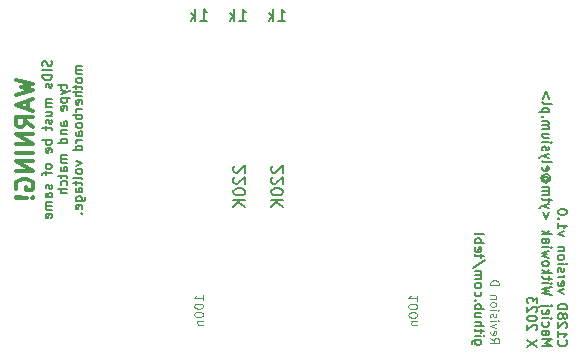
<source format=gbo>
G04 #@! TF.GenerationSoftware,KiCad,Pcbnew,(6.0.5)*
G04 #@! TF.CreationDate,2023-11-13T22:27:58+01:00*
G04 #@! TF.ProjectId,C128DCR Dual SID,43313238-4443-4522-9044-75616c205349,D*
G04 #@! TF.SameCoordinates,Original*
G04 #@! TF.FileFunction,Legend,Bot*
G04 #@! TF.FilePolarity,Positive*
%FSLAX46Y46*%
G04 Gerber Fmt 4.6, Leading zero omitted, Abs format (unit mm)*
G04 Created by KiCad (PCBNEW (6.0.5)) date 2023-11-13 22:27:58*
%MOMM*%
%LPD*%
G01*
G04 APERTURE LIST*
%ADD10C,0.150000*%
%ADD11C,0.300000*%
%ADD12C,0.100000*%
%ADD13C,0.110000*%
%ADD14R,1.600000X1.600000*%
%ADD15O,1.600000X1.600000*%
%ADD16C,1.600000*%
%ADD17R,1.700000X1.700000*%
%ADD18O,1.700000X1.700000*%
%ADD19C,2.340000*%
%ADD20C,2.500000*%
G04 APERTURE END LIST*
D10*
X152952428Y-123754609D02*
X152304809Y-123754609D01*
X152228619Y-123792704D01*
X152190523Y-123830800D01*
X152152428Y-123906990D01*
X152152428Y-124021276D01*
X152190523Y-124097466D01*
X152457190Y-123754609D02*
X152419095Y-123830800D01*
X152419095Y-123983180D01*
X152457190Y-124059371D01*
X152495285Y-124097466D01*
X152571476Y-124135561D01*
X152800047Y-124135561D01*
X152876238Y-124097466D01*
X152914333Y-124059371D01*
X152952428Y-123983180D01*
X152952428Y-123830800D01*
X152914333Y-123754609D01*
X152419095Y-123373657D02*
X152952428Y-123373657D01*
X153219095Y-123373657D02*
X153181000Y-123411752D01*
X153142904Y-123373657D01*
X153181000Y-123335561D01*
X153219095Y-123373657D01*
X153142904Y-123373657D01*
X152952428Y-123106990D02*
X152952428Y-122802228D01*
X153219095Y-122992704D02*
X152533380Y-122992704D01*
X152457190Y-122954609D01*
X152419095Y-122878419D01*
X152419095Y-122802228D01*
X152419095Y-122535561D02*
X153219095Y-122535561D01*
X152419095Y-122192704D02*
X152838142Y-122192704D01*
X152914333Y-122230800D01*
X152952428Y-122306990D01*
X152952428Y-122421276D01*
X152914333Y-122497466D01*
X152876238Y-122535561D01*
X152952428Y-121468895D02*
X152419095Y-121468895D01*
X152952428Y-121811752D02*
X152533380Y-121811752D01*
X152457190Y-121773657D01*
X152419095Y-121697466D01*
X152419095Y-121583180D01*
X152457190Y-121506990D01*
X152495285Y-121468895D01*
X152419095Y-121087942D02*
X153219095Y-121087942D01*
X152914333Y-121087942D02*
X152952428Y-121011752D01*
X152952428Y-120859371D01*
X152914333Y-120783180D01*
X152876238Y-120745085D01*
X152800047Y-120706990D01*
X152571476Y-120706990D01*
X152495285Y-120745085D01*
X152457190Y-120783180D01*
X152419095Y-120859371D01*
X152419095Y-121011752D01*
X152457190Y-121087942D01*
X152495285Y-120364133D02*
X152457190Y-120326038D01*
X152419095Y-120364133D01*
X152457190Y-120402228D01*
X152495285Y-120364133D01*
X152419095Y-120364133D01*
X152457190Y-119640323D02*
X152419095Y-119716514D01*
X152419095Y-119868895D01*
X152457190Y-119945085D01*
X152495285Y-119983180D01*
X152571476Y-120021276D01*
X152800047Y-120021276D01*
X152876238Y-119983180D01*
X152914333Y-119945085D01*
X152952428Y-119868895D01*
X152952428Y-119716514D01*
X152914333Y-119640323D01*
X152419095Y-119183180D02*
X152457190Y-119259371D01*
X152495285Y-119297466D01*
X152571476Y-119335561D01*
X152800047Y-119335561D01*
X152876238Y-119297466D01*
X152914333Y-119259371D01*
X152952428Y-119183180D01*
X152952428Y-119068895D01*
X152914333Y-118992704D01*
X152876238Y-118954609D01*
X152800047Y-118916514D01*
X152571476Y-118916514D01*
X152495285Y-118954609D01*
X152457190Y-118992704D01*
X152419095Y-119068895D01*
X152419095Y-119183180D01*
X152419095Y-118573657D02*
X152952428Y-118573657D01*
X152876238Y-118573657D02*
X152914333Y-118535561D01*
X152952428Y-118459371D01*
X152952428Y-118345085D01*
X152914333Y-118268895D01*
X152838142Y-118230800D01*
X152419095Y-118230800D01*
X152838142Y-118230800D02*
X152914333Y-118192704D01*
X152952428Y-118116514D01*
X152952428Y-118002228D01*
X152914333Y-117926038D01*
X152838142Y-117887942D01*
X152419095Y-117887942D01*
X153257190Y-116935561D02*
X152228619Y-117621276D01*
X152952428Y-116783180D02*
X152952428Y-116478419D01*
X153219095Y-116668895D02*
X152533380Y-116668895D01*
X152457190Y-116630800D01*
X152419095Y-116554609D01*
X152419095Y-116478419D01*
X152457190Y-115906990D02*
X152419095Y-115983180D01*
X152419095Y-116135561D01*
X152457190Y-116211752D01*
X152533380Y-116249847D01*
X152838142Y-116249847D01*
X152914333Y-116211752D01*
X152952428Y-116135561D01*
X152952428Y-115983180D01*
X152914333Y-115906990D01*
X152838142Y-115868895D01*
X152761952Y-115868895D01*
X152685761Y-116249847D01*
X152419095Y-115526038D02*
X153219095Y-115526038D01*
X152914333Y-115526038D02*
X152952428Y-115449847D01*
X152952428Y-115297466D01*
X152914333Y-115221276D01*
X152876238Y-115183180D01*
X152800047Y-115145085D01*
X152571476Y-115145085D01*
X152495285Y-115183180D01*
X152457190Y-115221276D01*
X152419095Y-115297466D01*
X152419095Y-115449847D01*
X152457190Y-115526038D01*
X152419095Y-114687942D02*
X152457190Y-114764133D01*
X152533380Y-114802228D01*
X153219095Y-114802228D01*
D11*
X113529371Y-101684771D02*
X115029371Y-102041914D01*
X113957942Y-102327628D01*
X115029371Y-102613342D01*
X113529371Y-102970485D01*
X114600800Y-103470485D02*
X114600800Y-104184771D01*
X115029371Y-103327628D02*
X113529371Y-103827628D01*
X115029371Y-104327628D01*
X115029371Y-105684771D02*
X114315085Y-105184771D01*
X115029371Y-104827628D02*
X113529371Y-104827628D01*
X113529371Y-105399057D01*
X113600800Y-105541914D01*
X113672228Y-105613342D01*
X113815085Y-105684771D01*
X114029371Y-105684771D01*
X114172228Y-105613342D01*
X114243657Y-105541914D01*
X114315085Y-105399057D01*
X114315085Y-104827628D01*
X115029371Y-106327628D02*
X113529371Y-106327628D01*
X115029371Y-107184771D01*
X113529371Y-107184771D01*
X115029371Y-107899057D02*
X113529371Y-107899057D01*
X115029371Y-108613342D02*
X113529371Y-108613342D01*
X115029371Y-109470485D01*
X113529371Y-109470485D01*
X113600800Y-110970485D02*
X113529371Y-110827628D01*
X113529371Y-110613342D01*
X113600800Y-110399057D01*
X113743657Y-110256200D01*
X113886514Y-110184771D01*
X114172228Y-110113342D01*
X114386514Y-110113342D01*
X114672228Y-110184771D01*
X114815085Y-110256200D01*
X114957942Y-110399057D01*
X115029371Y-110613342D01*
X115029371Y-110756200D01*
X114957942Y-110970485D01*
X114886514Y-111041914D01*
X114386514Y-111041914D01*
X114386514Y-110756200D01*
X114886514Y-111684771D02*
X114957942Y-111756200D01*
X115029371Y-111684771D01*
X114957942Y-111613342D01*
X114886514Y-111684771D01*
X115029371Y-111684771D01*
X114457942Y-111684771D02*
X113600800Y-111613342D01*
X113529371Y-111684771D01*
X113600800Y-111756200D01*
X114457942Y-111684771D01*
X113529371Y-111684771D01*
D12*
X153734333Y-123552466D02*
X154067666Y-123785800D01*
X153734333Y-123952466D02*
X154434333Y-123952466D01*
X154434333Y-123685800D01*
X154401000Y-123619133D01*
X154367666Y-123585800D01*
X154301000Y-123552466D01*
X154201000Y-123552466D01*
X154134333Y-123585800D01*
X154101000Y-123619133D01*
X154067666Y-123685800D01*
X154067666Y-123952466D01*
X153767666Y-122985800D02*
X153734333Y-123052466D01*
X153734333Y-123185800D01*
X153767666Y-123252466D01*
X153834333Y-123285800D01*
X154101000Y-123285800D01*
X154167666Y-123252466D01*
X154201000Y-123185800D01*
X154201000Y-123052466D01*
X154167666Y-122985800D01*
X154101000Y-122952466D01*
X154034333Y-122952466D01*
X153967666Y-123285800D01*
X154201000Y-122719133D02*
X153734333Y-122552466D01*
X154201000Y-122385800D01*
X153734333Y-122119133D02*
X154201000Y-122119133D01*
X154434333Y-122119133D02*
X154401000Y-122152466D01*
X154367666Y-122119133D01*
X154401000Y-122085800D01*
X154434333Y-122119133D01*
X154367666Y-122119133D01*
X153767666Y-121819133D02*
X153734333Y-121752466D01*
X153734333Y-121619133D01*
X153767666Y-121552466D01*
X153834333Y-121519133D01*
X153867666Y-121519133D01*
X153934333Y-121552466D01*
X153967666Y-121619133D01*
X153967666Y-121719133D01*
X154001000Y-121785800D01*
X154067666Y-121819133D01*
X154101000Y-121819133D01*
X154167666Y-121785800D01*
X154201000Y-121719133D01*
X154201000Y-121619133D01*
X154167666Y-121552466D01*
X153734333Y-121219133D02*
X154201000Y-121219133D01*
X154434333Y-121219133D02*
X154401000Y-121252466D01*
X154367666Y-121219133D01*
X154401000Y-121185800D01*
X154434333Y-121219133D01*
X154367666Y-121219133D01*
X153734333Y-120785800D02*
X153767666Y-120852466D01*
X153801000Y-120885800D01*
X153867666Y-120919133D01*
X154067666Y-120919133D01*
X154134333Y-120885800D01*
X154167666Y-120852466D01*
X154201000Y-120785800D01*
X154201000Y-120685800D01*
X154167666Y-120619133D01*
X154134333Y-120585800D01*
X154067666Y-120552466D01*
X153867666Y-120552466D01*
X153801000Y-120585800D01*
X153767666Y-120619133D01*
X153734333Y-120685800D01*
X153734333Y-120785800D01*
X154201000Y-120252466D02*
X153734333Y-120252466D01*
X154134333Y-120252466D02*
X154167666Y-120219133D01*
X154201000Y-120152466D01*
X154201000Y-120052466D01*
X154167666Y-119985800D01*
X154101000Y-119952466D01*
X153734333Y-119952466D01*
X153734333Y-119085800D02*
X154434333Y-119085800D01*
X154434333Y-118919133D01*
X154401000Y-118819133D01*
X154334333Y-118752466D01*
X154267666Y-118719133D01*
X154134333Y-118685800D01*
X154034333Y-118685800D01*
X153901000Y-118719133D01*
X153834333Y-118752466D01*
X153767666Y-118819133D01*
X153734333Y-118919133D01*
X153734333Y-119085800D01*
D10*
X159498285Y-123765680D02*
X159460190Y-123803776D01*
X159422095Y-123918061D01*
X159422095Y-123994252D01*
X159460190Y-124108538D01*
X159536380Y-124184728D01*
X159612571Y-124222823D01*
X159764952Y-124260919D01*
X159879238Y-124260919D01*
X160031619Y-124222823D01*
X160107809Y-124184728D01*
X160184000Y-124108538D01*
X160222095Y-123994252D01*
X160222095Y-123918061D01*
X160184000Y-123803776D01*
X160145904Y-123765680D01*
X159422095Y-123003776D02*
X159422095Y-123460919D01*
X159422095Y-123232347D02*
X160222095Y-123232347D01*
X160107809Y-123308538D01*
X160031619Y-123384728D01*
X159993523Y-123460919D01*
X160145904Y-122699014D02*
X160184000Y-122660919D01*
X160222095Y-122584728D01*
X160222095Y-122394252D01*
X160184000Y-122318061D01*
X160145904Y-122279966D01*
X160069714Y-122241871D01*
X159993523Y-122241871D01*
X159879238Y-122279966D01*
X159422095Y-122737109D01*
X159422095Y-122241871D01*
X159879238Y-121784728D02*
X159917333Y-121860919D01*
X159955428Y-121899014D01*
X160031619Y-121937109D01*
X160069714Y-121937109D01*
X160145904Y-121899014D01*
X160184000Y-121860919D01*
X160222095Y-121784728D01*
X160222095Y-121632347D01*
X160184000Y-121556157D01*
X160145904Y-121518061D01*
X160069714Y-121479966D01*
X160031619Y-121479966D01*
X159955428Y-121518061D01*
X159917333Y-121556157D01*
X159879238Y-121632347D01*
X159879238Y-121784728D01*
X159841142Y-121860919D01*
X159803047Y-121899014D01*
X159726857Y-121937109D01*
X159574476Y-121937109D01*
X159498285Y-121899014D01*
X159460190Y-121860919D01*
X159422095Y-121784728D01*
X159422095Y-121632347D01*
X159460190Y-121556157D01*
X159498285Y-121518061D01*
X159574476Y-121479966D01*
X159726857Y-121479966D01*
X159803047Y-121518061D01*
X159841142Y-121556157D01*
X159879238Y-121632347D01*
X159422095Y-121137109D02*
X160222095Y-121137109D01*
X160222095Y-120946633D01*
X160184000Y-120832347D01*
X160107809Y-120756157D01*
X160031619Y-120718061D01*
X159879238Y-120679966D01*
X159764952Y-120679966D01*
X159612571Y-120718061D01*
X159536380Y-120756157D01*
X159460190Y-120832347D01*
X159422095Y-120946633D01*
X159422095Y-121137109D01*
X159955428Y-119803776D02*
X159422095Y-119613300D01*
X159955428Y-119422823D01*
X159460190Y-118813300D02*
X159422095Y-118889490D01*
X159422095Y-119041871D01*
X159460190Y-119118061D01*
X159536380Y-119156157D01*
X159841142Y-119156157D01*
X159917333Y-119118061D01*
X159955428Y-119041871D01*
X159955428Y-118889490D01*
X159917333Y-118813300D01*
X159841142Y-118775204D01*
X159764952Y-118775204D01*
X159688761Y-119156157D01*
X159422095Y-118432347D02*
X159955428Y-118432347D01*
X159803047Y-118432347D02*
X159879238Y-118394252D01*
X159917333Y-118356157D01*
X159955428Y-118279966D01*
X159955428Y-118203776D01*
X159460190Y-117975204D02*
X159422095Y-117899014D01*
X159422095Y-117746633D01*
X159460190Y-117670442D01*
X159536380Y-117632347D01*
X159574476Y-117632347D01*
X159650666Y-117670442D01*
X159688761Y-117746633D01*
X159688761Y-117860919D01*
X159726857Y-117937109D01*
X159803047Y-117975204D01*
X159841142Y-117975204D01*
X159917333Y-117937109D01*
X159955428Y-117860919D01*
X159955428Y-117746633D01*
X159917333Y-117670442D01*
X159422095Y-117289490D02*
X159955428Y-117289490D01*
X160222095Y-117289490D02*
X160184000Y-117327585D01*
X160145904Y-117289490D01*
X160184000Y-117251395D01*
X160222095Y-117289490D01*
X160145904Y-117289490D01*
X159422095Y-116794252D02*
X159460190Y-116870442D01*
X159498285Y-116908538D01*
X159574476Y-116946633D01*
X159803047Y-116946633D01*
X159879238Y-116908538D01*
X159917333Y-116870442D01*
X159955428Y-116794252D01*
X159955428Y-116679966D01*
X159917333Y-116603776D01*
X159879238Y-116565680D01*
X159803047Y-116527585D01*
X159574476Y-116527585D01*
X159498285Y-116565680D01*
X159460190Y-116603776D01*
X159422095Y-116679966D01*
X159422095Y-116794252D01*
X159955428Y-116184728D02*
X159422095Y-116184728D01*
X159879238Y-116184728D02*
X159917333Y-116146633D01*
X159955428Y-116070442D01*
X159955428Y-115956157D01*
X159917333Y-115879966D01*
X159841142Y-115841871D01*
X159422095Y-115841871D01*
X159955428Y-114927585D02*
X159422095Y-114737109D01*
X159955428Y-114546633D01*
X159422095Y-113822823D02*
X159422095Y-114279966D01*
X159422095Y-114051395D02*
X160222095Y-114051395D01*
X160107809Y-114127585D01*
X160031619Y-114203776D01*
X159993523Y-114279966D01*
X159498285Y-113479966D02*
X159460190Y-113441871D01*
X159422095Y-113479966D01*
X159460190Y-113518061D01*
X159498285Y-113479966D01*
X159422095Y-113479966D01*
X160222095Y-112946633D02*
X160222095Y-112870442D01*
X160184000Y-112794252D01*
X160145904Y-112756157D01*
X160069714Y-112718061D01*
X159917333Y-112679966D01*
X159726857Y-112679966D01*
X159574476Y-112718061D01*
X159498285Y-112756157D01*
X159460190Y-112794252D01*
X159422095Y-112870442D01*
X159422095Y-112946633D01*
X159460190Y-113022823D01*
X159498285Y-113060919D01*
X159574476Y-113099014D01*
X159726857Y-113137109D01*
X159917333Y-113137109D01*
X160069714Y-113099014D01*
X160145904Y-113060919D01*
X160184000Y-113022823D01*
X160222095Y-112946633D01*
X158134095Y-124222823D02*
X158934095Y-124222823D01*
X158362666Y-123956157D01*
X158934095Y-123689490D01*
X158134095Y-123689490D01*
X158134095Y-122965680D02*
X158553142Y-122965680D01*
X158629333Y-123003776D01*
X158667428Y-123079966D01*
X158667428Y-123232347D01*
X158629333Y-123308538D01*
X158172190Y-122965680D02*
X158134095Y-123041871D01*
X158134095Y-123232347D01*
X158172190Y-123308538D01*
X158248380Y-123346633D01*
X158324571Y-123346633D01*
X158400761Y-123308538D01*
X158438857Y-123232347D01*
X158438857Y-123041871D01*
X158476952Y-122965680D01*
X158172190Y-122241871D02*
X158134095Y-122318061D01*
X158134095Y-122470442D01*
X158172190Y-122546633D01*
X158210285Y-122584728D01*
X158286476Y-122622823D01*
X158515047Y-122622823D01*
X158591238Y-122584728D01*
X158629333Y-122546633D01*
X158667428Y-122470442D01*
X158667428Y-122318061D01*
X158629333Y-122241871D01*
X158134095Y-121899014D02*
X158667428Y-121899014D01*
X158934095Y-121899014D02*
X158896000Y-121937109D01*
X158857904Y-121899014D01*
X158896000Y-121860919D01*
X158934095Y-121899014D01*
X158857904Y-121899014D01*
X158172190Y-121213300D02*
X158134095Y-121289490D01*
X158134095Y-121441871D01*
X158172190Y-121518061D01*
X158248380Y-121556157D01*
X158553142Y-121556157D01*
X158629333Y-121518061D01*
X158667428Y-121441871D01*
X158667428Y-121289490D01*
X158629333Y-121213300D01*
X158553142Y-121175204D01*
X158476952Y-121175204D01*
X158400761Y-121556157D01*
X158667428Y-120832347D02*
X157981714Y-120832347D01*
X157905523Y-120870442D01*
X157867428Y-120946633D01*
X157867428Y-120984728D01*
X158934095Y-120832347D02*
X158896000Y-120870442D01*
X158857904Y-120832347D01*
X158896000Y-120794252D01*
X158934095Y-120832347D01*
X158857904Y-120832347D01*
X158934095Y-119918061D02*
X158134095Y-119727585D01*
X158705523Y-119575204D01*
X158134095Y-119422823D01*
X158934095Y-119232347D01*
X158134095Y-118927585D02*
X158667428Y-118927585D01*
X158934095Y-118927585D02*
X158896000Y-118965680D01*
X158857904Y-118927585D01*
X158896000Y-118889490D01*
X158934095Y-118927585D01*
X158857904Y-118927585D01*
X158667428Y-118660919D02*
X158667428Y-118356157D01*
X158934095Y-118546633D02*
X158248380Y-118546633D01*
X158172190Y-118508538D01*
X158134095Y-118432347D01*
X158134095Y-118356157D01*
X158134095Y-118089490D02*
X158934095Y-118089490D01*
X158438857Y-118013300D02*
X158134095Y-117784728D01*
X158667428Y-117784728D02*
X158362666Y-118089490D01*
X158134095Y-117327585D02*
X158172190Y-117403776D01*
X158210285Y-117441871D01*
X158286476Y-117479966D01*
X158515047Y-117479966D01*
X158591238Y-117441871D01*
X158629333Y-117403776D01*
X158667428Y-117327585D01*
X158667428Y-117213300D01*
X158629333Y-117137109D01*
X158591238Y-117099014D01*
X158515047Y-117060919D01*
X158286476Y-117060919D01*
X158210285Y-117099014D01*
X158172190Y-117137109D01*
X158134095Y-117213300D01*
X158134095Y-117327585D01*
X158667428Y-116794252D02*
X158134095Y-116641871D01*
X158515047Y-116489490D01*
X158134095Y-116337109D01*
X158667428Y-116184728D01*
X158134095Y-115879966D02*
X158667428Y-115879966D01*
X158934095Y-115879966D02*
X158896000Y-115918061D01*
X158857904Y-115879966D01*
X158896000Y-115841871D01*
X158934095Y-115879966D01*
X158857904Y-115879966D01*
X158134095Y-115156157D02*
X158553142Y-115156157D01*
X158629333Y-115194252D01*
X158667428Y-115270442D01*
X158667428Y-115422823D01*
X158629333Y-115499014D01*
X158172190Y-115156157D02*
X158134095Y-115232347D01*
X158134095Y-115422823D01*
X158172190Y-115499014D01*
X158248380Y-115537109D01*
X158324571Y-115537109D01*
X158400761Y-115499014D01*
X158438857Y-115422823D01*
X158438857Y-115232347D01*
X158476952Y-115156157D01*
X158134095Y-114775204D02*
X158934095Y-114775204D01*
X158438857Y-114699014D02*
X158134095Y-114470442D01*
X158667428Y-114470442D02*
X158362666Y-114775204D01*
X158667428Y-112908538D02*
X158438857Y-113518061D01*
X158210285Y-112908538D01*
X158667428Y-112603776D02*
X158134095Y-112413300D01*
X158667428Y-112222823D02*
X158134095Y-112413300D01*
X157943619Y-112489490D01*
X157905523Y-112527585D01*
X157867428Y-112603776D01*
X158667428Y-112032347D02*
X158667428Y-111727585D01*
X158934095Y-111918061D02*
X158248380Y-111918061D01*
X158172190Y-111879966D01*
X158134095Y-111803776D01*
X158134095Y-111727585D01*
X158134095Y-111460919D02*
X158667428Y-111460919D01*
X158591238Y-111460919D02*
X158629333Y-111422823D01*
X158667428Y-111346633D01*
X158667428Y-111232347D01*
X158629333Y-111156157D01*
X158553142Y-111118061D01*
X158134095Y-111118061D01*
X158553142Y-111118061D02*
X158629333Y-111079966D01*
X158667428Y-111003776D01*
X158667428Y-110889490D01*
X158629333Y-110813300D01*
X158553142Y-110775204D01*
X158134095Y-110775204D01*
X158515047Y-109899014D02*
X158553142Y-109937109D01*
X158591238Y-110013300D01*
X158591238Y-110089490D01*
X158553142Y-110165680D01*
X158515047Y-110203776D01*
X158438857Y-110241871D01*
X158362666Y-110241871D01*
X158286476Y-110203776D01*
X158248380Y-110165680D01*
X158210285Y-110089490D01*
X158210285Y-110013300D01*
X158248380Y-109937109D01*
X158286476Y-109899014D01*
X158591238Y-109899014D02*
X158286476Y-109899014D01*
X158248380Y-109860919D01*
X158248380Y-109822823D01*
X158286476Y-109746633D01*
X158362666Y-109708538D01*
X158553142Y-109708538D01*
X158667428Y-109784728D01*
X158743619Y-109899014D01*
X158781714Y-110051395D01*
X158743619Y-110203776D01*
X158667428Y-110318061D01*
X158553142Y-110394252D01*
X158400761Y-110432347D01*
X158248380Y-110394252D01*
X158134095Y-110318061D01*
X158057904Y-110203776D01*
X158019809Y-110051395D01*
X158057904Y-109899014D01*
X158134095Y-109784728D01*
X158172190Y-109060919D02*
X158134095Y-109137109D01*
X158134095Y-109289490D01*
X158172190Y-109365680D01*
X158248380Y-109403776D01*
X158553142Y-109403776D01*
X158629333Y-109365680D01*
X158667428Y-109289490D01*
X158667428Y-109137109D01*
X158629333Y-109060919D01*
X158553142Y-109022823D01*
X158476952Y-109022823D01*
X158400761Y-109403776D01*
X158134095Y-108565680D02*
X158172190Y-108641871D01*
X158248380Y-108679966D01*
X158934095Y-108679966D01*
X158667428Y-108337109D02*
X158134095Y-108146633D01*
X158667428Y-107956157D02*
X158134095Y-108146633D01*
X157943619Y-108222823D01*
X157905523Y-108260919D01*
X157867428Y-108337109D01*
X158172190Y-107689490D02*
X158134095Y-107613300D01*
X158134095Y-107460919D01*
X158172190Y-107384728D01*
X158248380Y-107346633D01*
X158286476Y-107346633D01*
X158362666Y-107384728D01*
X158400761Y-107460919D01*
X158400761Y-107575204D01*
X158438857Y-107651395D01*
X158515047Y-107689490D01*
X158553142Y-107689490D01*
X158629333Y-107651395D01*
X158667428Y-107575204D01*
X158667428Y-107460919D01*
X158629333Y-107384728D01*
X158134095Y-107003776D02*
X158667428Y-107003776D01*
X158934095Y-107003776D02*
X158896000Y-107041871D01*
X158857904Y-107003776D01*
X158896000Y-106965680D01*
X158934095Y-107003776D01*
X158857904Y-107003776D01*
X158667428Y-106279966D02*
X158134095Y-106279966D01*
X158667428Y-106622823D02*
X158248380Y-106622823D01*
X158172190Y-106584728D01*
X158134095Y-106508538D01*
X158134095Y-106394252D01*
X158172190Y-106318061D01*
X158210285Y-106279966D01*
X158134095Y-105899014D02*
X158667428Y-105899014D01*
X158591238Y-105899014D02*
X158629333Y-105860919D01*
X158667428Y-105784728D01*
X158667428Y-105670442D01*
X158629333Y-105594252D01*
X158553142Y-105556157D01*
X158134095Y-105556157D01*
X158553142Y-105556157D02*
X158629333Y-105518061D01*
X158667428Y-105441871D01*
X158667428Y-105327585D01*
X158629333Y-105251395D01*
X158553142Y-105213300D01*
X158134095Y-105213300D01*
X158210285Y-104832347D02*
X158172190Y-104794252D01*
X158134095Y-104832347D01*
X158172190Y-104870442D01*
X158210285Y-104832347D01*
X158134095Y-104832347D01*
X158667428Y-104451395D02*
X157867428Y-104451395D01*
X158629333Y-104451395D02*
X158667428Y-104375204D01*
X158667428Y-104222823D01*
X158629333Y-104146633D01*
X158591238Y-104108538D01*
X158515047Y-104070442D01*
X158286476Y-104070442D01*
X158210285Y-104108538D01*
X158172190Y-104146633D01*
X158134095Y-104222823D01*
X158134095Y-104375204D01*
X158172190Y-104451395D01*
X158134095Y-103613300D02*
X158172190Y-103689490D01*
X158248380Y-103727585D01*
X158934095Y-103727585D01*
X158667428Y-103308538D02*
X158438857Y-102699014D01*
X158210285Y-103308538D01*
X157646095Y-124299014D02*
X156846095Y-123765680D01*
X157646095Y-123765680D02*
X156846095Y-124299014D01*
X157569904Y-122889490D02*
X157608000Y-122851395D01*
X157646095Y-122775204D01*
X157646095Y-122584728D01*
X157608000Y-122508538D01*
X157569904Y-122470442D01*
X157493714Y-122432347D01*
X157417523Y-122432347D01*
X157303238Y-122470442D01*
X156846095Y-122927585D01*
X156846095Y-122432347D01*
X157646095Y-121937109D02*
X157646095Y-121860919D01*
X157608000Y-121784728D01*
X157569904Y-121746633D01*
X157493714Y-121708538D01*
X157341333Y-121670442D01*
X157150857Y-121670442D01*
X156998476Y-121708538D01*
X156922285Y-121746633D01*
X156884190Y-121784728D01*
X156846095Y-121860919D01*
X156846095Y-121937109D01*
X156884190Y-122013300D01*
X156922285Y-122051395D01*
X156998476Y-122089490D01*
X157150857Y-122127585D01*
X157341333Y-122127585D01*
X157493714Y-122089490D01*
X157569904Y-122051395D01*
X157608000Y-122013300D01*
X157646095Y-121937109D01*
X157569904Y-121365680D02*
X157608000Y-121327585D01*
X157646095Y-121251395D01*
X157646095Y-121060919D01*
X157608000Y-120984728D01*
X157569904Y-120946633D01*
X157493714Y-120908538D01*
X157417523Y-120908538D01*
X157303238Y-120946633D01*
X156846095Y-121403776D01*
X156846095Y-120908538D01*
X157646095Y-120641871D02*
X157646095Y-120146633D01*
X157341333Y-120413300D01*
X157341333Y-120299014D01*
X157303238Y-120222823D01*
X157265142Y-120184728D01*
X157188952Y-120146633D01*
X156998476Y-120146633D01*
X156922285Y-120184728D01*
X156884190Y-120222823D01*
X156846095Y-120299014D01*
X156846095Y-120527585D01*
X156884190Y-120603776D01*
X156922285Y-120641871D01*
X116561609Y-100089533D02*
X116599704Y-100203819D01*
X116599704Y-100394295D01*
X116561609Y-100470485D01*
X116523514Y-100508580D01*
X116447323Y-100546676D01*
X116371133Y-100546676D01*
X116294942Y-100508580D01*
X116256847Y-100470485D01*
X116218752Y-100394295D01*
X116180657Y-100241914D01*
X116142561Y-100165723D01*
X116104466Y-100127628D01*
X116028276Y-100089533D01*
X115952085Y-100089533D01*
X115875895Y-100127628D01*
X115837800Y-100165723D01*
X115799704Y-100241914D01*
X115799704Y-100432390D01*
X115837800Y-100546676D01*
X116599704Y-100889533D02*
X115799704Y-100889533D01*
X116599704Y-101270485D02*
X115799704Y-101270485D01*
X115799704Y-101460961D01*
X115837800Y-101575247D01*
X115913990Y-101651438D01*
X115990180Y-101689533D01*
X116142561Y-101727628D01*
X116256847Y-101727628D01*
X116409228Y-101689533D01*
X116485419Y-101651438D01*
X116561609Y-101575247D01*
X116599704Y-101460961D01*
X116599704Y-101270485D01*
X116561609Y-102032390D02*
X116599704Y-102108580D01*
X116599704Y-102260961D01*
X116561609Y-102337152D01*
X116485419Y-102375247D01*
X116447323Y-102375247D01*
X116371133Y-102337152D01*
X116333038Y-102260961D01*
X116333038Y-102146676D01*
X116294942Y-102070485D01*
X116218752Y-102032390D01*
X116180657Y-102032390D01*
X116104466Y-102070485D01*
X116066371Y-102146676D01*
X116066371Y-102260961D01*
X116104466Y-102337152D01*
X116599704Y-103327628D02*
X116066371Y-103327628D01*
X116142561Y-103327628D02*
X116104466Y-103365723D01*
X116066371Y-103441914D01*
X116066371Y-103556200D01*
X116104466Y-103632390D01*
X116180657Y-103670485D01*
X116599704Y-103670485D01*
X116180657Y-103670485D02*
X116104466Y-103708580D01*
X116066371Y-103784771D01*
X116066371Y-103899057D01*
X116104466Y-103975247D01*
X116180657Y-104013342D01*
X116599704Y-104013342D01*
X116066371Y-104737152D02*
X116599704Y-104737152D01*
X116066371Y-104394295D02*
X116485419Y-104394295D01*
X116561609Y-104432390D01*
X116599704Y-104508580D01*
X116599704Y-104622866D01*
X116561609Y-104699057D01*
X116523514Y-104737152D01*
X116561609Y-105080009D02*
X116599704Y-105156200D01*
X116599704Y-105308580D01*
X116561609Y-105384771D01*
X116485419Y-105422866D01*
X116447323Y-105422866D01*
X116371133Y-105384771D01*
X116333038Y-105308580D01*
X116333038Y-105194295D01*
X116294942Y-105118104D01*
X116218752Y-105080009D01*
X116180657Y-105080009D01*
X116104466Y-105118104D01*
X116066371Y-105194295D01*
X116066371Y-105308580D01*
X116104466Y-105384771D01*
X116066371Y-105651438D02*
X116066371Y-105956199D01*
X115799704Y-105765723D02*
X116485419Y-105765723D01*
X116561609Y-105803819D01*
X116599704Y-105880009D01*
X116599704Y-105956199D01*
X116599704Y-106832390D02*
X115799704Y-106832390D01*
X116104466Y-106832390D02*
X116066371Y-106908580D01*
X116066371Y-107060961D01*
X116104466Y-107137152D01*
X116142561Y-107175247D01*
X116218752Y-107213342D01*
X116447323Y-107213342D01*
X116523514Y-107175247D01*
X116561609Y-107137152D01*
X116599704Y-107060961D01*
X116599704Y-106908580D01*
X116561609Y-106832390D01*
X116561609Y-107860961D02*
X116599704Y-107784771D01*
X116599704Y-107632390D01*
X116561609Y-107556199D01*
X116485419Y-107518104D01*
X116180657Y-107518104D01*
X116104466Y-107556199D01*
X116066371Y-107632390D01*
X116066371Y-107784771D01*
X116104466Y-107860961D01*
X116180657Y-107899057D01*
X116256847Y-107899057D01*
X116333038Y-107518104D01*
X116599704Y-108965723D02*
X116561609Y-108889533D01*
X116523514Y-108851438D01*
X116447323Y-108813342D01*
X116218752Y-108813342D01*
X116142561Y-108851438D01*
X116104466Y-108889533D01*
X116066371Y-108965723D01*
X116066371Y-109080009D01*
X116104466Y-109156199D01*
X116142561Y-109194295D01*
X116218752Y-109232390D01*
X116447323Y-109232390D01*
X116523514Y-109194295D01*
X116561609Y-109156199D01*
X116599704Y-109080009D01*
X116599704Y-108965723D01*
X116066371Y-109460961D02*
X116066371Y-109765723D01*
X116599704Y-109575247D02*
X115913990Y-109575247D01*
X115837800Y-109613342D01*
X115799704Y-109689533D01*
X115799704Y-109765723D01*
X116561609Y-110603819D02*
X116599704Y-110680009D01*
X116599704Y-110832390D01*
X116561609Y-110908580D01*
X116485419Y-110946676D01*
X116447323Y-110946676D01*
X116371133Y-110908580D01*
X116333038Y-110832390D01*
X116333038Y-110718104D01*
X116294942Y-110641914D01*
X116218752Y-110603819D01*
X116180657Y-110603819D01*
X116104466Y-110641914D01*
X116066371Y-110718104D01*
X116066371Y-110832390D01*
X116104466Y-110908580D01*
X116599704Y-111632390D02*
X116180657Y-111632390D01*
X116104466Y-111594295D01*
X116066371Y-111518104D01*
X116066371Y-111365723D01*
X116104466Y-111289533D01*
X116561609Y-111632390D02*
X116599704Y-111556199D01*
X116599704Y-111365723D01*
X116561609Y-111289533D01*
X116485419Y-111251438D01*
X116409228Y-111251438D01*
X116333038Y-111289533D01*
X116294942Y-111365723D01*
X116294942Y-111556199D01*
X116256847Y-111632390D01*
X116599704Y-112013342D02*
X116066371Y-112013342D01*
X116142561Y-112013342D02*
X116104466Y-112051438D01*
X116066371Y-112127628D01*
X116066371Y-112241914D01*
X116104466Y-112318104D01*
X116180657Y-112356199D01*
X116599704Y-112356199D01*
X116180657Y-112356199D02*
X116104466Y-112394295D01*
X116066371Y-112470485D01*
X116066371Y-112584771D01*
X116104466Y-112660961D01*
X116180657Y-112699057D01*
X116599704Y-112699057D01*
X116561609Y-113384771D02*
X116599704Y-113308580D01*
X116599704Y-113156199D01*
X116561609Y-113080009D01*
X116485419Y-113041914D01*
X116180657Y-113041914D01*
X116104466Y-113080009D01*
X116066371Y-113156199D01*
X116066371Y-113308580D01*
X116104466Y-113384771D01*
X116180657Y-113422866D01*
X116256847Y-113422866D01*
X116333038Y-113041914D01*
X117354371Y-102070485D02*
X117354371Y-102375247D01*
X117087704Y-102184771D02*
X117773419Y-102184771D01*
X117849609Y-102222866D01*
X117887704Y-102299057D01*
X117887704Y-102375247D01*
X117354371Y-102565723D02*
X117887704Y-102756200D01*
X117354371Y-102946676D02*
X117887704Y-102756200D01*
X118078180Y-102680009D01*
X118116276Y-102641914D01*
X118154371Y-102565723D01*
X117354371Y-103251438D02*
X118154371Y-103251438D01*
X117392466Y-103251438D02*
X117354371Y-103327628D01*
X117354371Y-103480009D01*
X117392466Y-103556200D01*
X117430561Y-103594295D01*
X117506752Y-103632390D01*
X117735323Y-103632390D01*
X117811514Y-103594295D01*
X117849609Y-103556200D01*
X117887704Y-103480009D01*
X117887704Y-103327628D01*
X117849609Y-103251438D01*
X117849609Y-104280009D02*
X117887704Y-104203819D01*
X117887704Y-104051438D01*
X117849609Y-103975247D01*
X117773419Y-103937152D01*
X117468657Y-103937152D01*
X117392466Y-103975247D01*
X117354371Y-104051438D01*
X117354371Y-104203819D01*
X117392466Y-104280009D01*
X117468657Y-104318104D01*
X117544847Y-104318104D01*
X117621038Y-103937152D01*
X117887704Y-105613342D02*
X117468657Y-105613342D01*
X117392466Y-105575247D01*
X117354371Y-105499057D01*
X117354371Y-105346676D01*
X117392466Y-105270485D01*
X117849609Y-105613342D02*
X117887704Y-105537152D01*
X117887704Y-105346676D01*
X117849609Y-105270485D01*
X117773419Y-105232390D01*
X117697228Y-105232390D01*
X117621038Y-105270485D01*
X117582942Y-105346676D01*
X117582942Y-105537152D01*
X117544847Y-105613342D01*
X117354371Y-105994295D02*
X117887704Y-105994295D01*
X117430561Y-105994295D02*
X117392466Y-106032390D01*
X117354371Y-106108580D01*
X117354371Y-106222866D01*
X117392466Y-106299057D01*
X117468657Y-106337152D01*
X117887704Y-106337152D01*
X117887704Y-107060961D02*
X117087704Y-107060961D01*
X117849609Y-107060961D02*
X117887704Y-106984771D01*
X117887704Y-106832390D01*
X117849609Y-106756200D01*
X117811514Y-106718104D01*
X117735323Y-106680009D01*
X117506752Y-106680009D01*
X117430561Y-106718104D01*
X117392466Y-106756200D01*
X117354371Y-106832390D01*
X117354371Y-106984771D01*
X117392466Y-107060961D01*
X117887704Y-108051438D02*
X117354371Y-108051438D01*
X117430561Y-108051438D02*
X117392466Y-108089533D01*
X117354371Y-108165723D01*
X117354371Y-108280009D01*
X117392466Y-108356200D01*
X117468657Y-108394295D01*
X117887704Y-108394295D01*
X117468657Y-108394295D02*
X117392466Y-108432390D01*
X117354371Y-108508580D01*
X117354371Y-108622866D01*
X117392466Y-108699057D01*
X117468657Y-108737152D01*
X117887704Y-108737152D01*
X117887704Y-109460961D02*
X117468657Y-109460961D01*
X117392466Y-109422866D01*
X117354371Y-109346676D01*
X117354371Y-109194295D01*
X117392466Y-109118104D01*
X117849609Y-109460961D02*
X117887704Y-109384771D01*
X117887704Y-109194295D01*
X117849609Y-109118104D01*
X117773419Y-109080009D01*
X117697228Y-109080009D01*
X117621038Y-109118104D01*
X117582942Y-109194295D01*
X117582942Y-109384771D01*
X117544847Y-109460961D01*
X117354371Y-109727628D02*
X117354371Y-110032390D01*
X117087704Y-109841914D02*
X117773419Y-109841914D01*
X117849609Y-109880009D01*
X117887704Y-109956200D01*
X117887704Y-110032390D01*
X117849609Y-110641914D02*
X117887704Y-110565723D01*
X117887704Y-110413342D01*
X117849609Y-110337152D01*
X117811514Y-110299057D01*
X117735323Y-110260961D01*
X117506752Y-110260961D01*
X117430561Y-110299057D01*
X117392466Y-110337152D01*
X117354371Y-110413342D01*
X117354371Y-110565723D01*
X117392466Y-110641914D01*
X117887704Y-110984771D02*
X117087704Y-110984771D01*
X117887704Y-111327628D02*
X117468657Y-111327628D01*
X117392466Y-111289533D01*
X117354371Y-111213342D01*
X117354371Y-111099057D01*
X117392466Y-111022866D01*
X117430561Y-110984771D01*
X119175704Y-100508580D02*
X118642371Y-100508580D01*
X118718561Y-100508580D02*
X118680466Y-100546676D01*
X118642371Y-100622866D01*
X118642371Y-100737152D01*
X118680466Y-100813342D01*
X118756657Y-100851438D01*
X119175704Y-100851438D01*
X118756657Y-100851438D02*
X118680466Y-100889533D01*
X118642371Y-100965723D01*
X118642371Y-101080009D01*
X118680466Y-101156200D01*
X118756657Y-101194295D01*
X119175704Y-101194295D01*
X119175704Y-101689533D02*
X119137609Y-101613342D01*
X119099514Y-101575247D01*
X119023323Y-101537152D01*
X118794752Y-101537152D01*
X118718561Y-101575247D01*
X118680466Y-101613342D01*
X118642371Y-101689533D01*
X118642371Y-101803819D01*
X118680466Y-101880009D01*
X118718561Y-101918104D01*
X118794752Y-101956200D01*
X119023323Y-101956200D01*
X119099514Y-101918104D01*
X119137609Y-101880009D01*
X119175704Y-101803819D01*
X119175704Y-101689533D01*
X118642371Y-102184771D02*
X118642371Y-102489533D01*
X118375704Y-102299057D02*
X119061419Y-102299057D01*
X119137609Y-102337152D01*
X119175704Y-102413342D01*
X119175704Y-102489533D01*
X119175704Y-102756200D02*
X118375704Y-102756200D01*
X119175704Y-103099057D02*
X118756657Y-103099057D01*
X118680466Y-103060961D01*
X118642371Y-102984771D01*
X118642371Y-102870485D01*
X118680466Y-102794295D01*
X118718561Y-102756200D01*
X119137609Y-103784771D02*
X119175704Y-103708580D01*
X119175704Y-103556200D01*
X119137609Y-103480009D01*
X119061419Y-103441914D01*
X118756657Y-103441914D01*
X118680466Y-103480009D01*
X118642371Y-103556200D01*
X118642371Y-103708580D01*
X118680466Y-103784771D01*
X118756657Y-103822866D01*
X118832847Y-103822866D01*
X118909038Y-103441914D01*
X119175704Y-104165723D02*
X118642371Y-104165723D01*
X118794752Y-104165723D02*
X118718561Y-104203819D01*
X118680466Y-104241914D01*
X118642371Y-104318104D01*
X118642371Y-104394295D01*
X119175704Y-104660961D02*
X118375704Y-104660961D01*
X118680466Y-104660961D02*
X118642371Y-104737152D01*
X118642371Y-104889533D01*
X118680466Y-104965723D01*
X118718561Y-105003819D01*
X118794752Y-105041914D01*
X119023323Y-105041914D01*
X119099514Y-105003819D01*
X119137609Y-104965723D01*
X119175704Y-104889533D01*
X119175704Y-104737152D01*
X119137609Y-104660961D01*
X119175704Y-105499057D02*
X119137609Y-105422866D01*
X119099514Y-105384771D01*
X119023323Y-105346676D01*
X118794752Y-105346676D01*
X118718561Y-105384771D01*
X118680466Y-105422866D01*
X118642371Y-105499057D01*
X118642371Y-105613342D01*
X118680466Y-105689533D01*
X118718561Y-105727628D01*
X118794752Y-105765723D01*
X119023323Y-105765723D01*
X119099514Y-105727628D01*
X119137609Y-105689533D01*
X119175704Y-105613342D01*
X119175704Y-105499057D01*
X119175704Y-106451438D02*
X118756657Y-106451438D01*
X118680466Y-106413342D01*
X118642371Y-106337152D01*
X118642371Y-106184771D01*
X118680466Y-106108580D01*
X119137609Y-106451438D02*
X119175704Y-106375247D01*
X119175704Y-106184771D01*
X119137609Y-106108580D01*
X119061419Y-106070485D01*
X118985228Y-106070485D01*
X118909038Y-106108580D01*
X118870942Y-106184771D01*
X118870942Y-106375247D01*
X118832847Y-106451438D01*
X119175704Y-106832390D02*
X118642371Y-106832390D01*
X118794752Y-106832390D02*
X118718561Y-106870485D01*
X118680466Y-106908580D01*
X118642371Y-106984771D01*
X118642371Y-107060961D01*
X119175704Y-107670485D02*
X118375704Y-107670485D01*
X119137609Y-107670485D02*
X119175704Y-107594295D01*
X119175704Y-107441914D01*
X119137609Y-107365723D01*
X119099514Y-107327628D01*
X119023323Y-107289533D01*
X118794752Y-107289533D01*
X118718561Y-107327628D01*
X118680466Y-107365723D01*
X118642371Y-107441914D01*
X118642371Y-107594295D01*
X118680466Y-107670485D01*
X118642371Y-108584771D02*
X119175704Y-108775247D01*
X118642371Y-108965723D01*
X119175704Y-109384771D02*
X119137609Y-109308580D01*
X119099514Y-109270485D01*
X119023323Y-109232390D01*
X118794752Y-109232390D01*
X118718561Y-109270485D01*
X118680466Y-109308580D01*
X118642371Y-109384771D01*
X118642371Y-109499057D01*
X118680466Y-109575247D01*
X118718561Y-109613342D01*
X118794752Y-109651438D01*
X119023323Y-109651438D01*
X119099514Y-109613342D01*
X119137609Y-109575247D01*
X119175704Y-109499057D01*
X119175704Y-109384771D01*
X119175704Y-110108580D02*
X119137609Y-110032390D01*
X119061419Y-109994295D01*
X118375704Y-109994295D01*
X118642371Y-110299057D02*
X118642371Y-110603819D01*
X118375704Y-110413342D02*
X119061419Y-110413342D01*
X119137609Y-110451438D01*
X119175704Y-110527628D01*
X119175704Y-110603819D01*
X119175704Y-111213342D02*
X118756657Y-111213342D01*
X118680466Y-111175247D01*
X118642371Y-111099057D01*
X118642371Y-110946676D01*
X118680466Y-110870485D01*
X119137609Y-111213342D02*
X119175704Y-111137152D01*
X119175704Y-110946676D01*
X119137609Y-110870485D01*
X119061419Y-110832390D01*
X118985228Y-110832390D01*
X118909038Y-110870485D01*
X118870942Y-110946676D01*
X118870942Y-111137152D01*
X118832847Y-111213342D01*
X118642371Y-111937152D02*
X119289990Y-111937152D01*
X119366180Y-111899057D01*
X119404276Y-111860961D01*
X119442371Y-111784771D01*
X119442371Y-111670485D01*
X119404276Y-111594295D01*
X119137609Y-111937152D02*
X119175704Y-111860961D01*
X119175704Y-111708580D01*
X119137609Y-111632390D01*
X119099514Y-111594295D01*
X119023323Y-111556200D01*
X118794752Y-111556200D01*
X118718561Y-111594295D01*
X118680466Y-111632390D01*
X118642371Y-111708580D01*
X118642371Y-111860961D01*
X118680466Y-111937152D01*
X119137609Y-112622866D02*
X119175704Y-112546676D01*
X119175704Y-112394295D01*
X119137609Y-112318104D01*
X119061419Y-112280009D01*
X118756657Y-112280009D01*
X118680466Y-112318104D01*
X118642371Y-112394295D01*
X118642371Y-112546676D01*
X118680466Y-112622866D01*
X118756657Y-112660961D01*
X118832847Y-112660961D01*
X118909038Y-112280009D01*
X119099514Y-113003819D02*
X119137609Y-113041914D01*
X119175704Y-113003819D01*
X119137609Y-112965723D01*
X119099514Y-113003819D01*
X119175704Y-113003819D01*
X135780447Y-96718380D02*
X136351876Y-96718380D01*
X136066161Y-96718380D02*
X136066161Y-95718380D01*
X136161400Y-95861238D01*
X136256638Y-95956476D01*
X136351876Y-96004095D01*
X135351876Y-96718380D02*
X135351876Y-95718380D01*
X135256638Y-96337428D02*
X134970923Y-96718380D01*
X134970923Y-96051714D02*
X135351876Y-96432666D01*
X132059419Y-109005904D02*
X132011800Y-109053523D01*
X131964180Y-109148761D01*
X131964180Y-109386857D01*
X132011800Y-109482095D01*
X132059419Y-109529714D01*
X132154657Y-109577333D01*
X132249895Y-109577333D01*
X132392752Y-109529714D01*
X132964180Y-108958285D01*
X132964180Y-109577333D01*
X132059419Y-109958285D02*
X132011800Y-110005904D01*
X131964180Y-110101142D01*
X131964180Y-110339238D01*
X132011800Y-110434476D01*
X132059419Y-110482095D01*
X132154657Y-110529714D01*
X132249895Y-110529714D01*
X132392752Y-110482095D01*
X132964180Y-109910666D01*
X132964180Y-110529714D01*
X131964180Y-111148761D02*
X131964180Y-111244000D01*
X132011800Y-111339238D01*
X132059419Y-111386857D01*
X132154657Y-111434476D01*
X132345133Y-111482095D01*
X132583228Y-111482095D01*
X132773704Y-111434476D01*
X132868942Y-111386857D01*
X132916561Y-111339238D01*
X132964180Y-111244000D01*
X132964180Y-111148761D01*
X132916561Y-111053523D01*
X132868942Y-111005904D01*
X132773704Y-110958285D01*
X132583228Y-110910666D01*
X132345133Y-110910666D01*
X132154657Y-110958285D01*
X132059419Y-111005904D01*
X132011800Y-111053523D01*
X131964180Y-111148761D01*
X132964180Y-111910666D02*
X131964180Y-111910666D01*
X132964180Y-112482095D02*
X132392752Y-112053523D01*
X131964180Y-112482095D02*
X132535609Y-111910666D01*
X135259819Y-109005904D02*
X135212200Y-109053523D01*
X135164580Y-109148761D01*
X135164580Y-109386857D01*
X135212200Y-109482095D01*
X135259819Y-109529714D01*
X135355057Y-109577333D01*
X135450295Y-109577333D01*
X135593152Y-109529714D01*
X136164580Y-108958285D01*
X136164580Y-109577333D01*
X135259819Y-109958285D02*
X135212200Y-110005904D01*
X135164580Y-110101142D01*
X135164580Y-110339238D01*
X135212200Y-110434476D01*
X135259819Y-110482095D01*
X135355057Y-110529714D01*
X135450295Y-110529714D01*
X135593152Y-110482095D01*
X136164580Y-109910666D01*
X136164580Y-110529714D01*
X135164580Y-111148761D02*
X135164580Y-111244000D01*
X135212200Y-111339238D01*
X135259819Y-111386857D01*
X135355057Y-111434476D01*
X135545533Y-111482095D01*
X135783628Y-111482095D01*
X135974104Y-111434476D01*
X136069342Y-111386857D01*
X136116961Y-111339238D01*
X136164580Y-111244000D01*
X136164580Y-111148761D01*
X136116961Y-111053523D01*
X136069342Y-111005904D01*
X135974104Y-110958285D01*
X135783628Y-110910666D01*
X135545533Y-110910666D01*
X135355057Y-110958285D01*
X135259819Y-111005904D01*
X135212200Y-111053523D01*
X135164580Y-111148761D01*
X136164580Y-111910666D02*
X135164580Y-111910666D01*
X136164580Y-112482095D02*
X135593152Y-112053523D01*
X135164580Y-112482095D02*
X135736009Y-111910666D01*
X132478447Y-96718380D02*
X133049876Y-96718380D01*
X132764161Y-96718380D02*
X132764161Y-95718380D01*
X132859400Y-95861238D01*
X132954638Y-95956476D01*
X133049876Y-96004095D01*
X132049876Y-96718380D02*
X132049876Y-95718380D01*
X131954638Y-96337428D02*
X131668923Y-96718380D01*
X131668923Y-96051714D02*
X132049876Y-96432666D01*
X129176447Y-96692980D02*
X129747876Y-96692980D01*
X129462161Y-96692980D02*
X129462161Y-95692980D01*
X129557400Y-95835838D01*
X129652638Y-95931076D01*
X129747876Y-95978695D01*
X128747876Y-96692980D02*
X128747876Y-95692980D01*
X128652638Y-96312028D02*
X128366923Y-96692980D01*
X128366923Y-96026314D02*
X128747876Y-96407266D01*
D12*
X147532285Y-120409514D02*
X147532285Y-119980942D01*
X147532285Y-120195228D02*
X146782285Y-120195228D01*
X146889428Y-120123800D01*
X146960857Y-120052371D01*
X146996571Y-119980942D01*
X146782285Y-120873800D02*
X146782285Y-120945228D01*
X146818000Y-121016657D01*
X146853714Y-121052371D01*
X146925142Y-121088085D01*
X147068000Y-121123800D01*
X147246571Y-121123800D01*
X147389428Y-121088085D01*
X147460857Y-121052371D01*
X147496571Y-121016657D01*
X147532285Y-120945228D01*
X147532285Y-120873800D01*
X147496571Y-120802371D01*
X147460857Y-120766657D01*
X147389428Y-120730942D01*
X147246571Y-120695228D01*
X147068000Y-120695228D01*
X146925142Y-120730942D01*
X146853714Y-120766657D01*
X146818000Y-120802371D01*
X146782285Y-120873800D01*
X146782285Y-121588085D02*
X146782285Y-121659514D01*
X146818000Y-121730942D01*
X146853714Y-121766657D01*
X146925142Y-121802371D01*
X147068000Y-121838085D01*
X147246571Y-121838085D01*
X147389428Y-121802371D01*
X147460857Y-121766657D01*
X147496571Y-121730942D01*
X147532285Y-121659514D01*
X147532285Y-121588085D01*
X147496571Y-121516657D01*
X147460857Y-121480942D01*
X147389428Y-121445228D01*
X147246571Y-121409514D01*
X147068000Y-121409514D01*
X146925142Y-121445228D01*
X146853714Y-121480942D01*
X146818000Y-121516657D01*
X146782285Y-121588085D01*
X147032285Y-122159514D02*
X147532285Y-122159514D01*
X147103714Y-122159514D02*
X147068000Y-122195228D01*
X147032285Y-122266657D01*
X147032285Y-122373800D01*
X147068000Y-122445228D01*
X147139428Y-122480942D01*
X147532285Y-122480942D01*
D13*
X129396685Y-120369514D02*
X129396685Y-119940942D01*
X129396685Y-120155228D02*
X128646685Y-120155228D01*
X128753828Y-120083800D01*
X128825257Y-120012371D01*
X128860971Y-119940942D01*
X128646685Y-120833800D02*
X128646685Y-120905228D01*
X128682400Y-120976657D01*
X128718114Y-121012371D01*
X128789542Y-121048085D01*
X128932400Y-121083800D01*
X129110971Y-121083800D01*
X129253828Y-121048085D01*
X129325257Y-121012371D01*
X129360971Y-120976657D01*
X129396685Y-120905228D01*
X129396685Y-120833800D01*
X129360971Y-120762371D01*
X129325257Y-120726657D01*
X129253828Y-120690942D01*
X129110971Y-120655228D01*
X128932400Y-120655228D01*
X128789542Y-120690942D01*
X128718114Y-120726657D01*
X128682400Y-120762371D01*
X128646685Y-120833800D01*
X128646685Y-121548085D02*
X128646685Y-121619514D01*
X128682400Y-121690942D01*
X128718114Y-121726657D01*
X128789542Y-121762371D01*
X128932400Y-121798085D01*
X129110971Y-121798085D01*
X129253828Y-121762371D01*
X129325257Y-121726657D01*
X129360971Y-121690942D01*
X129396685Y-121619514D01*
X129396685Y-121548085D01*
X129360971Y-121476657D01*
X129325257Y-121440942D01*
X129253828Y-121405228D01*
X129110971Y-121369514D01*
X128932400Y-121369514D01*
X128789542Y-121405228D01*
X128718114Y-121440942D01*
X128682400Y-121476657D01*
X128646685Y-121548085D01*
X128896685Y-122119514D02*
X129396685Y-122119514D01*
X128968114Y-122119514D02*
X128932400Y-122155228D01*
X128896685Y-122226657D01*
X128896685Y-122333800D01*
X128932400Y-122405228D01*
X129003828Y-122440942D01*
X129396685Y-122440942D01*
%LPC*%
D14*
X121920000Y-123317000D03*
D15*
X121920000Y-120777000D03*
X121920000Y-118237000D03*
X121920000Y-115697000D03*
X121920000Y-113157000D03*
X121920000Y-110617000D03*
X121920000Y-108077000D03*
X121920000Y-105537000D03*
X121920000Y-102997000D03*
X121920000Y-100457000D03*
X121920000Y-97917000D03*
X121920000Y-95377000D03*
X121920000Y-92837000D03*
X121920000Y-90297000D03*
X106680000Y-90297000D03*
X106680000Y-92837000D03*
X106680000Y-95377000D03*
X106680000Y-97917000D03*
X106680000Y-100457000D03*
X106680000Y-102997000D03*
X106680000Y-105537000D03*
X106680000Y-108077000D03*
X106680000Y-110617000D03*
X106680000Y-113157000D03*
X106680000Y-115697000D03*
X106680000Y-118237000D03*
X106680000Y-120777000D03*
X106680000Y-123317000D03*
D16*
X169976800Y-116128800D03*
X169976800Y-111128800D03*
X169976800Y-123825000D03*
X169976800Y-118825000D03*
X135712200Y-103271000D03*
D15*
X135712200Y-93111000D03*
D14*
X125531800Y-123255800D03*
D15*
X125531800Y-120715800D03*
X125531800Y-118175800D03*
X125531800Y-115635800D03*
X125531800Y-113095800D03*
X125531800Y-110555800D03*
X125531800Y-108015800D03*
X125531800Y-105475800D03*
X125531800Y-102935800D03*
X125531800Y-100395800D03*
X125531800Y-97855800D03*
X125531800Y-95315800D03*
X125531800Y-92775800D03*
X125531800Y-90235800D03*
X110291800Y-90235800D03*
X110291800Y-92775800D03*
X110291800Y-95315800D03*
X110291800Y-97855800D03*
X110291800Y-100395800D03*
X110291800Y-102935800D03*
X110291800Y-105475800D03*
X110291800Y-108015800D03*
X110291800Y-110555800D03*
X110291800Y-113095800D03*
X110291800Y-115635800D03*
X110291800Y-118175800D03*
X110291800Y-120715800D03*
X110291800Y-123255800D03*
D14*
X166121000Y-123255800D03*
D15*
X166121000Y-120715800D03*
X166121000Y-118175800D03*
X166121000Y-115635800D03*
X166121000Y-113095800D03*
X166121000Y-110555800D03*
X166121000Y-108015800D03*
X166121000Y-105475800D03*
X166121000Y-102935800D03*
X166121000Y-100395800D03*
X166121000Y-97855800D03*
X166121000Y-95315800D03*
X166121000Y-92775800D03*
X166121000Y-90235800D03*
X150881000Y-90235800D03*
X150881000Y-92775800D03*
X150881000Y-95315800D03*
X150881000Y-97855800D03*
X150881000Y-100395800D03*
X150881000Y-102935800D03*
X150881000Y-105475800D03*
X150881000Y-108015800D03*
X150881000Y-110555800D03*
X150881000Y-113095800D03*
X150881000Y-115635800D03*
X150881000Y-118175800D03*
X150881000Y-120715800D03*
X150881000Y-123255800D03*
D17*
X143911400Y-126593600D03*
D18*
X146451400Y-126593600D03*
D17*
X125272800Y-126593600D03*
D18*
X122732800Y-126593600D03*
X120192800Y-126593600D03*
D16*
X132511800Y-115824000D03*
D15*
X132511800Y-105664000D03*
D16*
X135712200Y-115824000D03*
D15*
X135712200Y-105664000D03*
D16*
X132359400Y-93091000D03*
D15*
X132359400Y-103251000D03*
D16*
X129057400Y-103225600D03*
D15*
X129057400Y-93065600D03*
D19*
X138822200Y-125493600D03*
X136322200Y-120493600D03*
X133822200Y-125493600D03*
D17*
X112191800Y-126593600D03*
D18*
X109651800Y-126593600D03*
X107111800Y-126593600D03*
D17*
X165354000Y-126593600D03*
D18*
X162814000Y-126593600D03*
X160274000Y-126593600D03*
D16*
X147193000Y-118708800D03*
X147193000Y-123708800D03*
D20*
X143230600Y-106654600D03*
D16*
X129057400Y-123708800D03*
X129057400Y-118708800D03*
D20*
X170027600Y-91440000D03*
D17*
X156464000Y-126593600D03*
D18*
X153924000Y-126593600D03*
X151384000Y-126593600D03*
D19*
X140741400Y-91567000D03*
X143241400Y-96567000D03*
X145741400Y-91567000D03*
M02*

</source>
